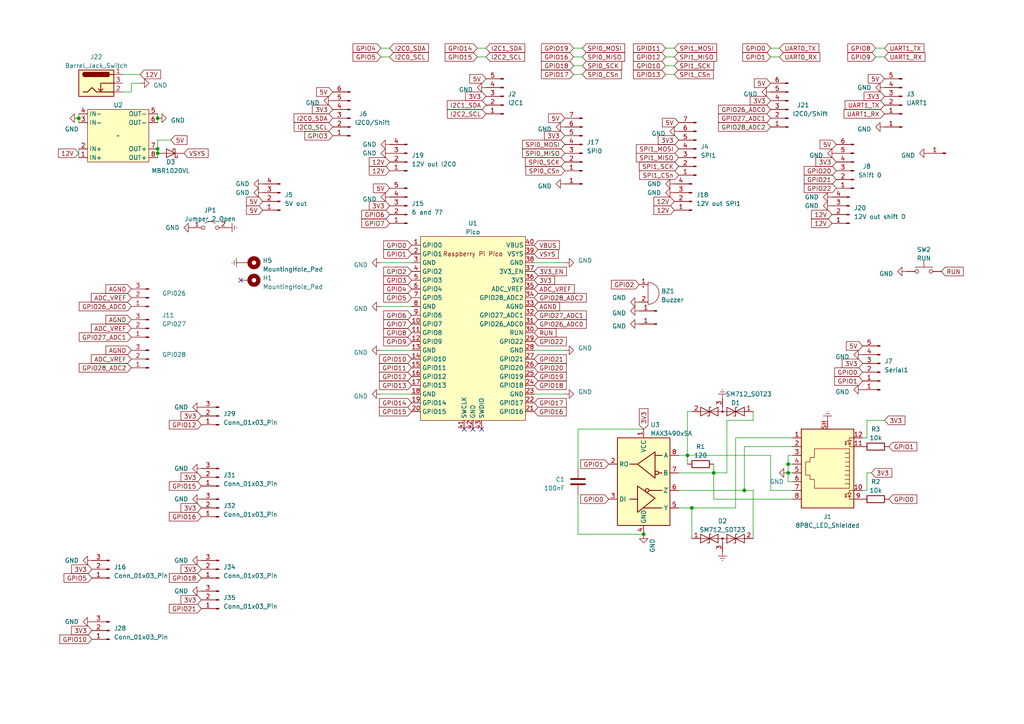
<source format=kicad_sch>
(kicad_sch (version 20230121) (generator eeschema)
  (paper "A4")
  (junction (at 45.72 43.18))
  (junction (at 215.9 142.24))
  (junction (at 199.39 132.08))
  (junction (at 228.6 134.62))
  (junction (at 186.69 154.94))
  (junction (at 200.66 147.32))
  (junction (at 207.01 137.16))
  (junction (at 45.72 34.29))
  (junction (at 22.86 34.29))
  (junction (at 45.72 44.45))
  (junction (at 228.6 137.16))
  (no_connect (at 69.85 81.28))
  (no_connect (at 139.7 124.46))
  (no_connect (at 134.62 124.46))
  (no_connect (at 137.16 124.46))
  (wire (pts (xy 228.6 134.62) (xy 229.87 134.62)))
  (wire (pts (xy 45.72 40.64) (xy 45.72 43.18)))
  (wire (pts (xy 45.72 33.02) (xy 45.72 34.29)))
  (wire (pts (xy 207.01 144.78) (xy 207.01 137.16)))
  (wire (pts (xy 199.39 132.08) (xy 199.39 134.62)))
  (wire (pts (xy 199.39 119.38) (xy 200.66 119.38)))
  (wire (pts (xy 252.73 137.16) (xy 251.46 137.16)))
  (wire (pts (xy 251.46 142.24) (xy 250.19 142.24)))
  (wire (pts (xy 213.36 147.32) (xy 213.36 127)))
  (wire (pts (xy 251.46 127) (xy 250.19 127)))
  (wire (pts (xy 110.49 76.2) (xy 119.38 76.2)))
  (wire (pts (xy 215.9 129.54) (xy 229.87 129.54)))
  (wire (pts (xy 110.49 16.51) (xy 113.03 16.51)))
  (wire (pts (xy 228.6 137.16) (xy 229.87 137.16)))
  (wire (pts (xy 193.04 21.59) (xy 195.58 21.59)))
  (wire (pts (xy 110.49 101.6) (xy 119.38 101.6)))
  (wire (pts (xy 193.04 19.05) (xy 195.58 19.05)))
  (wire (pts (xy 166.37 13.97) (xy 168.91 13.97)))
  (wire (pts (xy 22.86 43.18) (xy 22.86 45.72)))
  (wire (pts (xy 167.64 135.89) (xy 167.64 124.46)))
  (wire (pts (xy 167.64 143.51) (xy 167.64 154.94)))
  (wire (pts (xy 35.56 21.59) (xy 40.64 21.59)))
  (wire (pts (xy 218.44 156.21) (xy 218.44 142.24)))
  (wire (pts (xy 229.87 132.08) (xy 228.6 132.08)))
  (wire (pts (xy 200.66 147.32) (xy 213.36 147.32)))
  (wire (pts (xy 22.86 34.29) (xy 22.86 35.56)))
  (wire (pts (xy 166.37 16.51) (xy 168.91 16.51)))
  (wire (pts (xy 207.01 137.16) (xy 207.01 134.62)))
  (wire (pts (xy 223.52 16.51) (xy 226.06 16.51)))
  (wire (pts (xy 228.6 137.16) (xy 228.6 134.62)))
  (wire (pts (xy 210.82 137.16) (xy 210.82 121.92)))
  (wire (pts (xy 229.87 144.78) (xy 207.01 144.78)))
  (wire (pts (xy 167.64 154.94) (xy 186.69 154.94)))
  (wire (pts (xy 110.49 13.97) (xy 113.03 13.97)))
  (wire (pts (xy 223.52 13.97) (xy 226.06 13.97)))
  (wire (pts (xy 38.1 26.67) (xy 38.1 24.13)))
  (wire (pts (xy 196.85 142.24) (xy 215.9 142.24)))
  (wire (pts (xy 38.1 24.13) (xy 40.64 24.13)))
  (wire (pts (xy 45.72 43.18) (xy 45.72 44.45)))
  (wire (pts (xy 251.46 121.92) (xy 251.46 127)))
  (wire (pts (xy 163.83 76.2) (xy 154.94 76.2)))
  (wire (pts (xy 256.54 121.92) (xy 251.46 121.92)))
  (wire (pts (xy 228.6 132.08) (xy 228.6 134.62)))
  (wire (pts (xy 218.44 142.24) (xy 215.9 142.24)))
  (wire (pts (xy 199.39 132.08) (xy 199.39 119.38)))
  (wire (pts (xy 166.37 21.59) (xy 168.91 21.59)))
  (wire (pts (xy 254 13.97) (xy 256.54 13.97)))
  (wire (pts (xy 223.52 132.08) (xy 223.52 142.24)))
  (wire (pts (xy 213.36 127) (xy 229.87 127)))
  (wire (pts (xy 251.46 137.16) (xy 251.46 142.24)))
  (wire (pts (xy 218.44 121.92) (xy 218.44 119.38)))
  (wire (pts (xy 229.87 139.7) (xy 228.6 139.7)))
  (wire (pts (xy 110.49 88.9) (xy 119.38 88.9)))
  (wire (pts (xy 35.56 26.67) (xy 38.1 26.67)))
  (wire (pts (xy 22.86 33.02) (xy 22.86 34.29)))
  (wire (pts (xy 154.94 101.6) (xy 163.83 101.6)))
  (wire (pts (xy 138.43 16.51) (xy 140.97 16.51)))
  (wire (pts (xy 196.85 137.16) (xy 207.01 137.16)))
  (wire (pts (xy 163.83 114.3) (xy 154.94 114.3)))
  (wire (pts (xy 223.52 142.24) (xy 229.87 142.24)))
  (wire (pts (xy 196.85 132.08) (xy 199.39 132.08)))
  (wire (pts (xy 193.04 13.97) (xy 195.58 13.97)))
  (wire (pts (xy 49.53 40.64) (xy 45.72 40.64)))
  (wire (pts (xy 254 16.51) (xy 256.54 16.51)))
  (wire (pts (xy 207.01 137.16) (xy 210.82 137.16)))
  (wire (pts (xy 228.6 139.7) (xy 228.6 137.16)))
  (wire (pts (xy 196.85 147.32) (xy 200.66 147.32)))
  (wire (pts (xy 215.9 142.24) (xy 215.9 129.54)))
  (wire (pts (xy 200.66 147.32) (xy 200.66 156.21)))
  (wire (pts (xy 210.82 121.92) (xy 218.44 121.92)))
  (wire (pts (xy 199.39 132.08) (xy 223.52 132.08)))
  (wire (pts (xy 138.43 13.97) (xy 140.97 13.97)))
  (wire (pts (xy 193.04 16.51) (xy 195.58 16.51)))
  (wire (pts (xy 45.72 34.29) (xy 45.72 35.56)))
  (wire (pts (xy 110.49 114.3) (xy 119.38 114.3)))
  (wire (pts (xy 45.72 44.45) (xy 45.72 45.72)))
  (wire (pts (xy 166.37 19.05) (xy 168.91 19.05)))
  (wire (pts (xy 167.64 124.46) (xy 186.69 124.46)))
  (global_label "ADC_VREF" (shape input) (at 38.1 86.36 180) (property "Intersheetrefs" "${INTERSHEET_REFS}" (effects hide)))
  (global_label "GPIO6" (shape input) (at 113.03 62.23 180) (property "Intersheetrefs" "${INTERSHEET_REFS}" (effects hide)))
  (global_label "GPIO27_ADC1" (shape input) (at 154.94 91.44 0) (property "Intersheetrefs" "${INTERSHEET_REFS}" (effects hide)))
  (global_label "3V3" (shape input) (at 256.54 121.92 0) (property "Intersheetrefs" "${INTERSHEET_REFS}" (effects hide)))
  (global_label "GPIO0" (shape input) (at 223.52 13.97 180) (property "Intersheetrefs" "${INTERSHEET_REFS}" (effects hide)))
  (global_label "GPIO20" (shape input) (at 242.57 49.53 180) (property "Intersheetrefs" "${INTERSHEET_REFS}" (effects hide)))
  (global_label "GPIO27_ADC1" (shape input) (at 223.52 34.29 180) (property "Intersheetrefs" "${INTERSHEET_REFS}" (effects hide)))
  (global_label "GPIO8" (shape input) (at 119.38 96.52 180) (property "Intersheetrefs" "${INTERSHEET_REFS}" (effects hide)))
  (global_label "GPIO18" (shape input) (at 154.94 111.76 0) (property "Intersheetrefs" "${INTERSHEET_REFS}" (effects hide)))
  (global_label "3V3" (shape input) (at 196.85 40.64 180) (property "Intersheetrefs" "${INTERSHEET_REFS}" (effects hide)))
  (global_label "12V" (shape input) (at 241.3 62.23 180) (property "Intersheetrefs" "${INTERSHEET_REFS}" (effects hide)))
  (global_label "GPIO10" (shape input) (at 193.04 19.05 180) (property "Intersheetrefs" "${INTERSHEET_REFS}" (effects hide)))
  (global_label "SPI0_SCK" (shape input) (at 163.83 46.99 180) (property "Intersheetrefs" "${INTERSHEET_REFS}" (effects hide)))
  (global_label "I2C0_SCL" (shape input) (at 96.52 36.83 180) (property "Intersheetrefs" "${INTERSHEET_REFS}" (effects hide)))
  (global_label "VBUS" (shape input) (at 154.94 71.12 0) (property "Intersheetrefs" "${INTERSHEET_REFS}" (effects hide)))
  (global_label "5V" (shape input) (at 256.54 22.86 180) (property "Intersheetrefs" "${INTERSHEET_REFS}" (effects hide)))
  (global_label "GPIO8" (shape input) (at 254 13.97 180) (property "Intersheetrefs" "${INTERSHEET_REFS}" (effects hide)))
  (global_label "GPIO1" (shape input) (at 250.19 110.49 180) (property "Intersheetrefs" "${INTERSHEET_REFS}" (effects hide)))
  (global_label "SPI0_MISO" (shape input) (at 168.91 16.51 0) (property "Intersheetrefs" "${INTERSHEET_REFS}" (effects hide)))
  (global_label "GPIO16" (shape input) (at 154.94 119.38 0) (property "Intersheetrefs" "${INTERSHEET_REFS}" (effects hide)))
  (global_label "5V" (shape input) (at 196.85 35.56 180) (property "Intersheetrefs" "${INTERSHEET_REFS}" (effects hide)))
  (global_label "3V3" (shape input) (at 26.67 182.88 180) (property "Intersheetrefs" "${INTERSHEET_REFS}" (effects hide)))
  (global_label "GPIO7" (shape input) (at 119.38 93.98 180) (property "Intersheetrefs" "${INTERSHEET_REFS}" (effects hide)))
  (global_label "I2C2_SCL" (shape input) (at 140.97 16.51 0) (property "Intersheetrefs" "${INTERSHEET_REFS}" (effects hide)))
  (global_label "5V" (shape input) (at 242.57 41.91 180) (property "Intersheetrefs" "${INTERSHEET_REFS}" (effects hide)))
  (global_label "UART0_RX" (shape input) (at 226.06 16.51 0) (property "Intersheetrefs" "${INTERSHEET_REFS}" (effects hide)))
  (global_label "3V3" (shape input) (at 113.03 59.69 180) (property "Intersheetrefs" "${INTERSHEET_REFS}" (effects hide)))
  (global_label "ADC_VREF" (shape input) (at 38.1 104.14 180) (property "Intersheetrefs" "${INTERSHEET_REFS}" (effects hide)))
  (global_label "SPI1_CSn" (shape input) (at 196.85 50.8 180) (property "Intersheetrefs" "${INTERSHEET_REFS}" (effects hide)))
  (global_label "GPIO9" (shape input) (at 119.38 99.06 180) (property "Intersheetrefs" "${INTERSHEET_REFS}" (effects hide)))
  (global_label "3V3" (shape input) (at 140.97 27.94 180) (property "Intersheetrefs" "${INTERSHEET_REFS}" (effects hide)))
  (global_label "AGND" (shape input) (at 38.1 83.82 180) (property "Intersheetrefs" "${INTERSHEET_REFS}" (effects hide)))
  (global_label "GPIO6" (shape input) (at 119.38 91.44 180) (property "Intersheetrefs" "${INTERSHEET_REFS}" (effects hide)))
  (global_label "5V" (shape input) (at 163.83 34.29 180) (property "Intersheetrefs" "${INTERSHEET_REFS}" (effects hide)))
  (global_label "3V3" (shape input) (at 256.54 27.94 180) (property "Intersheetrefs" "${INTERSHEET_REFS}" (effects hide)))
  (global_label "GPIO4" (shape input) (at 119.38 83.82 180) (property "Intersheetrefs" "${INTERSHEET_REFS}" (effects hide)))
  (global_label "SPI1_MOSI" (shape input) (at 195.58 13.97 0) (property "Intersheetrefs" "${INTERSHEET_REFS}" (effects hide)))
  (global_label "GPIO22" (shape input) (at 242.57 54.61 180) (property "Intersheetrefs" "${INTERSHEET_REFS}" (effects hide)))
  (global_label "GPIO28_ADC2" (shape input) (at 223.52 36.83 180) (property "Intersheetrefs" "${INTERSHEET_REFS}" (effects hide)))
  (global_label "GPIO18" (shape input) (at 58.42 167.64 180) (property "Intersheetrefs" "${INTERSHEET_REFS}" (effects hide)))
  (global_label "3V3" (shape input) (at 58.42 147.32 180) (property "Intersheetrefs" "${INTERSHEET_REFS}" (effects hide)))
  (global_label "GPIO26_ADC0" (shape input) (at 38.1 88.9 180) (property "Intersheetrefs" "${INTERSHEET_REFS}" (effects hide)))
  (global_label "12V" (shape input) (at 22.86 44.45 180) (property "Intersheetrefs" "${INTERSHEET_REFS}" (effects hide)))
  (global_label "GPIO17" (shape input) (at 166.37 21.59 180) (property "Intersheetrefs" "${INTERSHEET_REFS}" (effects hide)))
  (global_label "12V" (shape input) (at 195.58 60.96 180) (property "Intersheetrefs" "${INTERSHEET_REFS}" (effects hide)))
  (global_label "3V3" (shape input) (at 252.73 137.16 0) (property "Intersheetrefs" "${INTERSHEET_REFS}" (effects hide)))
  (global_label "3V3_EN" (shape input) (at 154.94 78.74 0) (property "Intersheetrefs" "${INTERSHEET_REFS}" (effects hide)))
  (global_label "5V" (shape input) (at 49.53 40.64 0) (property "Intersheetrefs" "${INTERSHEET_REFS}" (effects hide)))
  (global_label "GPIO15" (shape input) (at 138.43 16.51 180) (property "Intersheetrefs" "${INTERSHEET_REFS}" (effects hide)))
  (global_label "12V" (shape input) (at 40.64 21.59 0) (property "Intersheetrefs" "${INTERSHEET_REFS}" (effects hide)))
  (global_label "GPIO16" (shape input) (at 58.42 149.86 180) (property "Intersheetrefs" "${INTERSHEET_REFS}" (effects hide)))
  (global_label "3V3" (shape input) (at 26.67 165.1 180) (property "Intersheetrefs" "${INTERSHEET_REFS}" (effects hide)))
  (global_label "GPIO2" (shape input) (at 119.38 78.74 180) (property "Intersheetrefs" "${INTERSHEET_REFS}" (effects hide)))
  (global_label "GPIO14" (shape input) (at 138.43 13.97 180) (property "Intersheetrefs" "${INTERSHEET_REFS}" (effects hide)))
  (global_label "3V3" (shape input) (at 163.83 39.37 180) (property "Intersheetrefs" "${INTERSHEET_REFS}" (effects hide)))
  (global_label "12V" (shape input) (at 113.03 49.53 180) (property "Intersheetrefs" "${INTERSHEET_REFS}" (effects hide)))
  (global_label "5V" (shape input) (at 76.2 58.42 180) (property "Intersheetrefs" "${INTERSHEET_REFS}" (effects hide)))
  (global_label "3V3" (shape input) (at 250.19 105.41 180) (property "Intersheetrefs" "${INTERSHEET_REFS}" (effects hide)))
  (global_label "GPIO21" (shape input) (at 58.42 176.53 180) (property "Intersheetrefs" "${INTERSHEET_REFS}" (effects hide)))
  (global_label "12V" (shape input) (at 113.03 46.99 180) (property "Intersheetrefs" "${INTERSHEET_REFS}" (effects hide)))
  (global_label "I2C0_SDA" (shape input) (at 113.03 13.97 0) (property "Intersheetrefs" "${INTERSHEET_REFS}" (effects hide)))
  (global_label "GPIO26_ADC0" (shape input) (at 154.94 93.98 0) (property "Intersheetrefs" "${INTERSHEET_REFS}" (effects hide)))
  (global_label "GPIO18" (shape input) (at 166.37 19.05 180) (property "Intersheetrefs" "${INTERSHEET_REFS}" (effects hide)))
  (global_label "RUN" (shape input) (at 154.94 96.52 0) (property "Intersheetrefs" "${INTERSHEET_REFS}" (effects hide)))
  (global_label "GPIO1" (shape input) (at 223.52 16.51 180) (property "Intersheetrefs" "${INTERSHEET_REFS}" (effects hide)))
  (global_label "3V3" (shape input) (at 58.42 165.1 180) (property "Intersheetrefs" "${INTERSHEET_REFS}" (effects hide)))
  (global_label "UART1_TX" (shape input) (at 256.54 30.48 180) (property "Intersheetrefs" "${INTERSHEET_REFS}" (effects hide)))
  (global_label "GPIO15" (shape input) (at 119.38 119.38 180) (property "Intersheetrefs" "${INTERSHEET_REFS}" (effects hide)))
  (global_label "SPI0_SCK" (shape input) (at 168.91 19.05 0) (property "Intersheetrefs" "${INTERSHEET_REFS}" (effects hide)))
  (global_label "GPIO10" (shape input) (at 119.38 104.14 180) (property "Intersheetrefs" "${INTERSHEET_REFS}" (effects hide)))
  (global_label "GPIO13" (shape input) (at 193.04 21.59 180) (property "Intersheetrefs" "${INTERSHEET_REFS}" (effects hide)))
  (global_label "GPIO10" (shape input) (at 26.67 185.42 180) (property "Intersheetrefs" "${INTERSHEET_REFS}" (effects hide)))
  (global_label "GPIO19" (shape input) (at 154.94 109.22 0) (property "Intersheetrefs" "${INTERSHEET_REFS}" (effects hide)))
  (global_label "12V" (shape input) (at 195.58 58.42 180) (property "Intersheetrefs" "${INTERSHEET_REFS}" (effects hide)))
  (global_label "GPIO19" (shape input) (at 166.37 13.97 180) (property "Intersheetrefs" "${INTERSHEET_REFS}" (effects hide)))
  (global_label "GPIO5" (shape input) (at 26.67 167.64 180) (property "Intersheetrefs" "${INTERSHEET_REFS}" (effects hide)))
  (global_label "GPIO1" (shape input) (at 257.81 129.54 0) (property "Intersheetrefs" "${INTERSHEET_REFS}" (effects hide)))
  (global_label "RUN" (shape input) (at 273.05 78.74 0) (property "Intersheetrefs" "${INTERSHEET_REFS}" (effects hide)))
  (global_label "GPIO1" (shape input) (at 176.53 134.62 180) (property "Intersheetrefs" "${INTERSHEET_REFS}" (effects hide)))
  (global_label "SPI1_CSn" (shape input) (at 195.58 21.59 0) (property "Intersheetrefs" "${INTERSHEET_REFS}" (effects hide)))
  (global_label "3V3" (shape input) (at 58.42 138.43 180) (property "Intersheetrefs" "${INTERSHEET_REFS}" (effects hide)))
  (global_label "GPIO26_ADC0" (shape input) (at 223.52 31.75 180) (property "Intersheetrefs" "${INTERSHEET_REFS}" (effects hide)))
  (global_label "GPIO21" (shape input) (at 242.57 52.07 180) (property "Intersheetrefs" "${INTERSHEET_REFS}" (effects hide)))
  (global_label "ADC_VREF" (shape input) (at 154.94 83.82 0) (property "Intersheetrefs" "${INTERSHEET_REFS}" (effects hide)))
  (global_label "GPIO3" (shape input) (at 96.52 39.37 180) (property "Intersheetrefs" "${INTERSHEET_REFS}" (effects hide)))
  (global_label "GPIO0" (shape input) (at 176.53 144.78 180) (property "Intersheetrefs" "${INTERSHEET_REFS}" (effects hide)))
  (global_label "3V3" (shape input) (at 242.57 46.99 180) (property "Intersheetrefs" "${INTERSHEET_REFS}" (effects hide)))
  (global_label "GPIO12" (shape input) (at 193.04 16.51 180) (property "Intersheetrefs" "${INTERSHEET_REFS}" (effects hide)))
  (global_label "GPIO12" (shape input) (at 58.42 123.19 180) (property "Intersheetrefs" "${INTERSHEET_REFS}" (effects hide)))
  (global_label "I2C1_SDA" (shape input) (at 140.97 30.48 180) (property "Intersheetrefs" "${INTERSHEET_REFS}" (effects hide)))
  (global_label "SPI0_MOSI" (shape input) (at 168.91 13.97 0) (property "Intersheetrefs" "${INTERSHEET_REFS}" (effects hide)))
  (global_label "3V3" (shape input) (at 154.94 81.28 0) (property "Intersheetrefs" "${INTERSHEET_REFS}" (effects hide)))
  (global_label "GPIO7" (shape input) (at 113.03 64.77 180) (property "Intersheetrefs" "${INTERSHEET_REFS}" (effects hide)))
  (global_label "I2C2_SCL" (shape input) (at 140.97 33.02 180) (property "Intersheetrefs" "${INTERSHEET_REFS}" (effects hide)))
  (global_label "GPIO9" (shape input) (at 254 16.51 180) (property "Intersheetrefs" "${INTERSHEET_REFS}" (effects hide)))
  (global_label "5V" (shape input) (at 96.52 26.67 180) (property "Intersheetrefs" "${INTERSHEET_REFS}" (effects hide)))
  (global_label "UART1_RX" (shape input) (at 256.54 16.51 0) (property "Intersheetrefs" "${INTERSHEET_REFS}" (effects hide)))
  (global_label "VSYS" (shape input) (at 154.94 73.66 0) (property "Intersheetrefs" "${INTERSHEET_REFS}" (effects hide)))
  (global_label "GPIO0" (shape input) (at 119.38 71.12 180) (property "Intersheetrefs" "${INTERSHEET_REFS}" (effects hide)))
  (global_label "GPIO17" (shape input) (at 154.94 116.84 0) (property "Intersheetrefs" "${INTERSHEET_REFS}" (effects hide)))
  (global_label "5V" (shape input) (at 250.19 100.33 180) (property "Intersheetrefs" "${INTERSHEET_REFS}" (effects hide)))
  (global_label "SPI0_MOSI" (shape input) (at 163.83 41.91 180) (property "Intersheetrefs" "${INTERSHEET_REFS}" (effects hide)))
  (global_label "GPIO5" (shape input) (at 110.49 16.51 180) (property "Intersheetrefs" "${INTERSHEET_REFS}" (effects hide)))
  (global_label "VSYS" (shape input) (at 53.34 44.45 0) (property "Intersheetrefs" "${INTERSHEET_REFS}" (effects hide)))
  (global_label "GPIO21" (shape input) (at 154.94 104.14 0) (property "Intersheetrefs" "${INTERSHEET_REFS}" (effects hide)))
  (global_label "GPIO2" (shape input) (at 185.42 82.55 180) (property "Intersheetrefs" "${INTERSHEET_REFS}" (effects hide)))
  (global_label "GPIO3" (shape input) (at 119.38 81.28 180) (property "Intersheetrefs" "${INTERSHEET_REFS}" (effects hide)))
  (global_label "I2C0_SCL" (shape input) (at 113.03 16.51 0) (property "Intersheetrefs" "${INTERSHEET_REFS}" (effects hide)))
  (global_label "GPIO0" (shape input) (at 257.81 144.78 0) (property "Intersheetrefs" "${INTERSHEET_REFS}" (effects hide)))
  (global_label "GPIO4" (shape input) (at 110.49 13.97 180) (property "Intersheetrefs" "${INTERSHEET_REFS}" (effects hide)))
  (global_label "3V3" (shape input) (at 96.52 31.75 180) (property "Intersheetrefs" "${INTERSHEET_REFS}" (effects hide)))
  (global_label "UART1_TX" (shape input) (at 256.54 13.97 0) (property "Intersheetrefs" "${INTERSHEET_REFS}" (effects hide)))
  (global_label "3V3" (shape input) (at 186.69 124.46 90) (property "Intersheetrefs" "${INTERSHEET_REFS}" (effects hide)))
  (global_label "GPIO20" (shape input) (at 154.94 106.68 0) (property "Intersheetrefs" "${INTERSHEET_REFS}" (effects hide)))
  (global_label "GPIO13" (shape input) (at 119.38 111.76 180) (property "Intersheetrefs" "${INTERSHEET_REFS}" (effects hide)))
  (global_label "SPI1_SCK" (shape input) (at 196.85 48.26 180) (property "Intersheetrefs" "${INTERSHEET_REFS}" (effects hide)))
  (global_label "UART1_RX" (shape input) (at 256.54 33.02 180) (property "Intersheetrefs" "${INTERSHEET_REFS}" (effects hide)))
  (global_label "GPIO16" (shape input) (at 166.37 16.51 180) (property "Intersheetrefs" "${INTERSHEET_REFS}" (effects hide)))
  (global_label "GPIO0" (shape input) (at 250.19 107.95 180) (property "Intersheetrefs" "${INTERSHEET_REFS}" (effects hide)))
  (global_label "AGND" (shape input) (at 38.1 92.71 180) (property "Intersheetrefs" "${INTERSHEET_REFS}" (effects hide)))
  (global_label "UART0_TX" (shape input) (at 226.06 13.97 0) (property "Intersheetrefs" "${INTERSHEET_REFS}" (effects hide)))
  (global_label "5V" (shape input) (at 113.03 54.61 180) (property "Intersheetrefs" "${INTERSHEET_REFS}" (effects hide)))
  (global_label "SPI0_MISO" (shape input) (at 163.83 44.45 180) (property "Intersheetrefs" "${INTERSHEET_REFS}" (effects hide)))
  (global_label "AGND" (shape input) (at 154.94 88.9 0) (property "Intersheetrefs" "${INTERSHEET_REFS}" (effects hide)))
  (global_label "GPIO12" (shape input) (at 119.38 109.22 180) (property "Intersheetrefs" "${INTERSHEET_REFS}" (effects hide)))
  (global_label "GPIO27_ADC1" (shape input) (at 38.1 97.79 180) (property "Intersheetrefs" "${INTERSHEET_REFS}" (effects hide)))
  (global_label "GPIO28_ADC2" (shape input) (at 38.1 106.68 180) (property "Intersheetrefs" "${INTERSHEET_REFS}" (effects hide)))
  (global_label "I2C1_SDA" (shape input) (at 140.97 13.97 0) (property "Intersheetrefs" "${INTERSHEET_REFS}" (effects hide)))
  (global_label "GPIO22" (shape input) (at 154.94 99.06 0) (property "Intersheetrefs" "${INTERSHEET_REFS}" (effects hide)))
  (global_label "3V3" (shape input) (at 58.42 173.99 180) (property "Intersheetrefs" "${INTERSHEET_REFS}" (effects hide)))
  (global_label "GPIO1" (shape input) (at 119.38 73.66 180) (property "Intersheetrefs" "${INTERSHEET_REFS}" (effects hide)))
  (global_label "SPI0_CSn" (shape input) (at 163.83 49.53 180) (property "Intersheetrefs" "${INTERSHEET_REFS}" (effects hide)))
  (global_label "3V3" (shape input) (at 223.52 29.21 180) (property "Intersheetrefs" "${INTERSHEET_REFS}" (effects hide)))
  (global_label "GPIO5" (shape input) (at 119.38 86.36 180) (property "Intersheetrefs" "${INTERSHEET_REFS}" (effects hide)))
  (global_label "GPIO15" (shape input) (at 58.42 140.97 180) (property "Intersheetrefs" "${INTERSHEET_REFS}" (effects hide)))
  (global_label "AGND" (shape input) (at 38.1 101.6 180) (property "Intersheetrefs" "${INTERSHEET_REFS}" (effects hide)))
  (global_label "SPI1_SCK" (shape input) (at 195.58 19.05 0) (property "Intersheetrefs" "${INTERSHEET_REFS}" (effects hide)))
  (global_label "GPIO11" (shape input) (at 193.04 13.97 180) (property "Intersheetrefs" "${INTERSHEET_REFS}" (effects hide)))
  (global_label "3V3" (shape input) (at 58.42 120.65 180) (property "Intersheetrefs" "${INTERSHEET_REFS}" (effects hide)))
  (global_label "12V" (shape input) (at 241.3 64.77 180) (property "Intersheetrefs" "${INTERSHEET_REFS}" (effects hide)))
  (global_label "SPI1_MISO" (shape input) (at 195.58 16.51 0) (property "Intersheetrefs" "${INTERSHEET_REFS}" (effects hide)))
  (global_label "GPIO28_ADC2" (shape input) (at 154.94 86.36 0) (property "Intersheetrefs" "${INTERSHEET_REFS}" (effects hide)))
  (global_label "SPI1_MISO" (shape input) (at 196.85 45.72 180) (property "Intersheetrefs" "${INTERSHEET_REFS}" (effects hide)))
  (global_label "GPIO14" (shape input) (at 119.38 116.84 180) (property "Intersheetrefs" "${INTERSHEET_REFS}" (effects hide)))
  (global_label "I2C0_SDA" (shape input) (at 96.52 34.29 180) (property "Intersheetrefs" "${INTERSHEET_REFS}" (effects hide)))
  (global_label "5V" (shape input) (at 223.52 24.13 180) (property "Intersheetrefs" "${INTERSHEET_REFS}" (effects hide)))
  (global_label "SPI0_CSn" (shape input) (at 168.91 21.59 0) (property "Intersheetrefs" "${INTERSHEET_REFS}" (effects hide)))
  (global_label "5V" (shape input) (at 140.97 22.86 180) (property "Intersheetrefs" "${INTERSHEET_REFS}" (effects hide)))
  (global_label "SPI1_MOSI" (shape input) (at 196.85 43.18 180) (property "Intersheetrefs" "${INTERSHEET_REFS}" (effects hide)))
  (global_label "ADC_VREF" (shape input) (at 38.1 95.25 180) (property "Intersheetrefs" "${INTERSHEET_REFS}" (effects hide)))
  (global_label "GPIO11" (shape input) (at 119.38 106.68 180) (property "Intersheetrefs" "${INTERSHEET_REFS}" (effects hide)))
  (global_label "5V" (shape input) (at 76.2 60.96 180) (property "Intersheetrefs" "${INTERSHEET_REFS}" (effects hide)))
  (symbol (lib_id "power:GND") (at 55.88 66.04 270) (unit 1)
    (property "Reference" "#PWR021" (effects hide))
    (property "Value" "GND" (at 52.07 66.04 90) (effects (justify right)))
  )
  (symbol (lib_id "Connector:Conn_01x03_Pin") (at 63.5 120.65 180) (unit 1)
    (property "Reference" "J29" (at 64.77 120.015 0) (effects (justify right)))
    (property "Value" "Conn_01x03_Pin" (at 64.77 122.555 0) (effects (justify right)))
    (property "Footprint" "Connector_Molex:Molex_KK-254_AE-6410-03A_1x03_P2.54mm_Vertical" (effects hide))
  )
  (symbol (lib_id "power:GND") (at 185.42 93.98 270) (unit 1)
    (property "Reference" "#PWR048" (effects hide))
    (property "Value" "GND" (at 181.61 94.615 90) (effects (justify right)))
  )
  (symbol (lib_id "Connector:Conn_01x05_Pin") (at 146.05 27.94 180) (unit 1)
    (property "Reference" "J2" (at 147.32 27.305 0) (effects (justify right)))
    (property "Value" "I2C1" (at 147.32 29.845 0) (effects (justify right)))
    (property "Footprint" "Connector_Molex:Molex_KK-254_AE-6410-05A_1x05_P2.54mm_Vertical" (effects hide))
  )
  (symbol (lib_id "Connector:Conn_01x04_Pin") (at 246.38 62.23 180) (unit 1)
    (property "Reference" "J20" (at 247.65 60.325 0) (effects (justify right)))
    (property "Value" "12V out shift 0" (at 247.65 62.865 0) (effects (justify right)))
    (property "Footprint" "Connector_Molex:Molex_KK-254_AE-6410-04A_1x04_P2.54mm_Vertical" (effects hide))
  )
  (symbol (lib_id "power:GND") (at 58.42 118.11 270) (unit 1)
    (property "Reference" "#PWR044" (effects hide))
    (property "Value" "GND" (at 54.61 118.11 90) (effects (justify right)))
  )
  (symbol (lib_id "power:GND") (at 22.86 34.29 270) (unit 1)
    (property "Reference" "#PWR011" (effects hide))
    (property "Value" "GND" (at 22.86 37.465 90) (effects (justify right)))
  )
  (symbol (lib_id "Connector:Conn_01x05_Pin") (at 261.62 27.94 180) (unit 1)
    (property "Reference" "J3" (at 262.89 27.305 0) (effects (justify right)))
    (property "Value" "UART1" (at 262.89 29.845 0) (effects (justify right)))
    (property "Footprint" "Connector_Molex:Molex_KK-254_AE-6410-05A_1x05_P2.54mm_Vertical" (effects hide))
  )
  (symbol (lib_id "power:GND") (at 228.6 137.16 270) (unit 1)
    (property "Reference" "#PWR09" (effects hide))
    (property "Value" "GND" (at 227.33 139.7 90) (effects (justify right)))
  )
  (symbol (lib_id "power:GND") (at 241.3 59.69 270) (unit 1)
    (property "Reference" "#PWR017" (effects hide))
    (property "Value" "GND" (at 237.49 59.69 90) (effects (justify right)))
  )
  (symbol (lib_id "power:GND") (at 113.03 41.91 270) (unit 1)
    (property "Reference" "#PWR032" (effects hide))
    (property "Value" "GND" (at 109.22 41.91 90) (effects (justify right)))
  )
  (symbol (lib_id "power:GND") (at 110.49 88.9 270) (unit 1)
    (property "Reference" "#PWR03" (effects hide))
    (property "Value" "GND" (at 106.68 89.535 90) (effects (justify right)))
  )
  (symbol (lib_id "power:GND") (at 163.83 101.6 90) (unit 1)
    (property "Reference" "#PWR06" (effects hide))
    (property "Value" "GND" (at 167.64 100.965 90) (effects (justify right)))
  )
  (symbol (lib_id "Device:Buzzer") (at 187.96 85.09 0) (unit 1)
    (property "Reference" "BZ1" (at 191.77 84.455 0) (effects (justify left)))
    (property "Value" "Buzzer" (at 191.77 86.995 0) (effects (justify left)))
    (property "Footprint" "Buzzer_Beeper:Buzzer_12x9.5RM7.6" (effects hide))
  )
  (symbol (lib_id "power:GND") (at 262.89 78.74 270) (unit 1)
    (property "Reference" "#PWR010" (effects hide))
    (property "Value" "GND" (at 259.08 79.375 90) (effects (justify right)))
  )
  (symbol (lib_id "power:GND") (at 196.85 38.1 270) (unit 1)
    (property "Reference" "#PWR016" (effects hide))
    (property "Value" "GND" (at 193.04 38.735 90) (effects (justify right)))
  )
  (symbol (lib_id "Connector:Conn_01x01_Pin") (at 190.5 90.17 180) (unit 1)
    (property "Reference" "J10" (effects hide))
    (property "Value" "Conn_01x01_Pin" (effects hide))
    (property "Footprint" "Connector_PinHeader_2.54mm:PinHeader_1x01_P2.54mm_Vertical" (effects hide))
  )
  (symbol (lib_id "Connector:Conn_01x04_Pin") (at 81.28 58.42 180) (unit 1)
    (property "Reference" "J5" (at 82.55 56.515 0) (effects (justify right)))
    (property "Value" "5V out" (at 82.55 59.055 0) (effects (justify right)))
    (property "Footprint" "Connector_Molex:Molex_KK-254_AE-6410-04A_1x04_P2.54mm_Vertical" (effects hide))
  )
  (symbol (lib_id "Connector:Conn_01x03_Pin") (at 63.5 173.99 180) (unit 1)
    (property "Reference" "J35" (at 64.77 173.355 0) (effects (justify right)))
    (property "Value" "Conn_01x03_Pin" (at 64.77 175.895 0) (effects (justify right)))
    (property "Footprint" "Connector_Molex:Molex_KK-254_AE-6410-03A_1x03_P2.54mm_Vertical" (effects hide))
  )
  (symbol (lib_id "power:GND") (at 76.2 53.34 270) (unit 1)
    (property "Reference" "#PWR015" (effects hide))
    (property "Value" "GND" (at 72.39 53.34 90) (effects (justify right)))
  )
  (symbol (lib_id "power:GND") (at 26.67 180.34 270) (unit 1)
    (property "Reference" "#PWR043" (effects hide))
    (property "Value" "GND" (at 22.86 180.34 90) (effects (justify right)))
  )
  (symbol (lib_id "power:GND") (at 45.72 34.29 90) (unit 1)
    (property "Reference" "#PWR01" (effects hide))
    (property "Value" "GND" (at 49.53 34.925 90) (effects (justify right)))
  )
  (symbol (lib_id "power:GND") (at 186.69 154.94 0) (unit 1)
    (property "Reference" "#PWR045" (effects hide))
    (property "Value" "GND" (at 189.23 156.21 90) (effects (justify right)))
  )
  (symbol (lib_id "Connector:Conn_01x03_Pin") (at 63.5 147.32 180) (unit 1)
    (property "Reference" "J32" (at 64.77 146.685 0) (effects (justify right)))
    (property "Value" "Conn_01x03_Pin" (at 64.77 149.225 0) (effects (justify right)))
    (property "Footprint" "Connector_Molex:Molex_KK-254_AE-6410-03A_1x03_P2.54mm_Vertical" (effects hide))
  )
  (symbol (lib_id "power:GND") (at 223.52 26.67 270) (unit 1)
    (property "Reference" "#PWR037" (effects hide))
    (property "Value" "GND" (at 219.71 27.305 90) (effects (justify right)))
  )
  (symbol (lib_id "power:GND") (at 26.67 162.56 270) (unit 1)
    (property "Reference" "#PWR036" (effects hide))
    (property "Value" "GND" (at 22.86 162.56 90) (effects (justify right)))
  )
  (symbol (lib_id "power:GND") (at 58.42 171.45 270) (unit 1)
    (property "Reference" "#PWR050" (effects hide))
    (property "Value" "GND" (at 54.61 171.45 90) (effects (justify right)))
  )
  (symbol (lib_id "Connector:Conn_01x03_Pin") (at 31.75 165.1 180) (unit 1)
    (property "Reference" "J16" (at 33.02 164.465 0) (effects (justify right)))
    (property "Value" "Conn_01x03_Pin" (at 33.02 167.005 0) (effects (justify right)))
    (property "Footprint" "Connector_Molex:Molex_KK-254_AE-6410-03A_1x03_P2.54mm_Vertical" (effects hide))
  )
  (symbol (lib_id "power:GND") (at 241.3 57.15 270) (unit 1)
    (property "Reference" "#PWR029" (effects hide))
    (property "Value" "GND" (at 237.49 57.15 90) (effects (justify right)))
  )
  (symbol (lib_id "power:GND") (at 242.57 44.45 270) (unit 1)
    (property "Reference" "#PWR019" (effects hide))
    (property "Value" "GND" (at 238.76 45.085 90) (effects (justify right)))
  )
  (symbol (lib_id "power:GND") (at 96.52 29.21 270) (unit 1)
    (property "Reference" "#PWR013" (effects hide))
    (property "Value" "GND" (at 92.71 29.845 90) (effects (justify right)))
  )
  (symbol (lib_id "Connector:Conn_01x04_Pin") (at 118.11 46.99 180) (unit 1)
    (property "Reference" "J19" (at 119.38 45.085 0) (effects (justify right)))
    (property "Value" "12V out I2C0" (at 119.38 47.625 0) (effects (justify right)))
    (property "Footprint" "Connector_Molex:Molex_KK-254_AE-6410-04A_1x04_P2.54mm_Vertical" (effects hide))
  )
  (symbol (lib_id "Diode:SM712_SOT23") (at 209.55 156.21 0) (unit 1)
    (property "Reference" "D2" (at 209.55 151.13 0))
    (property "Value" "SM712_SOT23" (at 209.55 153.67 0))
    (property "Footprint" "Package_TO_SOT_SMD:SOT-23" (effects hide))
    (property "Datasheet" "https://www.littelfuse.com/~/media/electronics/datasheets/tvs_diode_arrays/littelfuse_tvs_diode_array_sm712_datasheet.pdf.pdf" (effects hide))
  )
  (symbol (lib_id "power:GND") (at 76.2 55.88 270) (unit 1)
    (property "Reference" "#PWR035" (effects hide))
    (property "Value" "GND" (at 72.39 55.88 90) (effects (justify right)))
  )
  (symbol (lib_id "power:GND") (at 40.64 24.13 90) (unit 1)
    (property "Reference" "#PWR012" (effects hide))
    (property "Value" "GND" (at 44.45 24.765 90) (effects (justify right)))
  )
  (symbol (lib_id "power:GND") (at 250.19 113.03 270) (unit 1)
    (property "Reference" "#PWR041" (effects hide))
    (property "Value" "GND" (at 246.38 113.665 90) (effects (justify right)))
  )
  (symbol (lib_id "Device:R") (at 203.2 134.62 90) (unit 1)
    (property "Reference" "R1" (at 203.2 129.54 90))
    (property "Value" "120" (at 203.2 132.08 90))
    (property "Footprint" "Resistor_SMD:R_0805_2012Metric_Pad1.20x1.40mm_HandSolder" (effects hide))
  )
  (symbol (lib_id "power:GND") (at 58.42 135.89 270) (unit 1)
    (property "Reference" "#PWR046" (effects hide))
    (property "Value" "GND" (at 54.61 135.89 90) (effects (justify right)))
  )
  (symbol (lib_id "Mechanical:MountingHole_Pad") (at 72.39 81.28 270) (unit 1)
    (property "Reference" "H1" (at 76.2 80.645 90) (effects (justify left)))
    (property "Value" "MountingHole_Pad" (at 76.2 83.185 90) (effects (justify left)))
    (property "Footprint" "MountingHole:MountingHole_3.7mm_Pad_Via" (effects hide))
  )
  (symbol (lib_id "Connector:Barrel_Jack_Switch") (at 27.94 24.13 0) (unit 1)
    (property "Reference" "J22" (at 27.94 16.51 0))
    (property "Value" "Barrel_Jack_Switch" (at 27.94 19.05 0))
    (property "Footprint" "Connector_BarrelJack:BarrelJack_GCT_DCJ200-10-A_Horizontal" (effects hide))
  )
  (symbol (lib_id "Connector:Conn_01x07_Pin") (at 201.93 43.18 180) (unit 1)
    (property "Reference" "J4" (at 203.2 42.545 0) (effects (justify right)))
    (property "Value" "SPI1" (at 203.2 45.085 0) (effects (justify right)))
    (property "Footprint" "Connector_Molex:Molex_KK-254_AE-6410-07A_1x07_P2.54mm_Vertical" (effects hide))
  )
  (symbol (lib_id "Jumper:Jumper_2_Open") (at 60.96 66.04 0) (unit 1)
    (property "Reference" "JP1" (at 60.96 60.96 0))
    (property "Value" "Jumper_2_Open" (at 60.96 63.5 0))
    (property "Footprint" "Jumper:SolderJumper-2_P1.3mm_Open_RoundedPad1.0x1.5mm" (effects hide))
  )
  (symbol (lib_id "Connector:Conn_01x03_Pin") (at 63.5 165.1 180) (unit 1)
    (property "Reference" "J34" (at 64.77 164.465 0) (effects (justify right)))
    (property "Value" "Conn_01x03_Pin" (at 64.77 167.005 0) (effects (justify right)))
    (property "Footprint" "Connector_Molex:Molex_KK-254_AE-6410-03A_1x03_P2.54mm_Vertical" (effects hide))
  )
  (symbol (lib_id "Connector:Conn_01x01_Pin") (at 255.27 113.03 180) (unit 1)
    (property "Reference" "J24" (effects hide))
    (property "Value" "Conn_01x01_Pin" (effects hide))
    (property "Footprint" "Connector_PinHeader_2.54mm:PinHeader_1x01_P2.54mm_Vertical" (effects hide))
  )
  (symbol (lib_id "power:GND") (at 195.58 55.88 270) (unit 1)
    (property "Reference" "#PWR031" (effects hide))
    (property "Value" "GND" (at 191.77 55.88 90) (effects (justify right)))
  )
  (symbol (lib_id "Diode:SM712_SOT23") (at 209.55 119.38 180) (unit 1)
    (property "Reference" "D1" (at 213.36 116.84 0))
    (property "Value" "SM712_SOT23" (at 217.17 114.3 0))
    (property "Footprint" "Package_TO_SOT_SMD:SOT-23" (effects hide))
    (property "Datasheet" "https://www.littelfuse.com/~/media/electronics/datasheets/tvs_diode_arrays/littelfuse_tvs_diode_array_sm712_datasheet.pdf.pdf" (effects hide))
  )
  (symbol (lib_id "Connector:Conn_01x06_Pin") (at 247.65 49.53 180) (unit 1)
    (property "Reference" "J8" (at 250.19 48.26 0) (effects (justify right)))
    (property "Value" "Shift 0" (at 248.92 50.8 0) (effects (justify right)))
    (property "Footprint" "Connector_Molex:Molex_KK-254_AE-6410-06A_1x06_P2.54mm_Vertical" (effects hide))
  )
  (symbol (lib_id "Connector:Conn_01x07_Pin") (at 168.91 41.91 180) (unit 1)
    (property "Reference" "J17" (at 170.18 41.275 0) (effects (justify right)))
    (property "Value" "SPI0" (at 170.18 43.815 0) (effects (justify right)))
    (property "Footprint" "Connector_Molex:Molex_KK-254_AE-6410-07A_1x07_P2.54mm_Vertical" (effects hide))
  )
  (symbol (lib_id "Connector:Conn_01x03_Pin") (at 43.18 104.14 180) (unit 1)
    (property "Reference" "J13" (effects hide))
    (property "Value" "GPI028" (at 46.99 102.87 0) (effects (justify right)))
    (property "Footprint" "Connector_Molex:Molex_KK-254_AE-6410-03A_1x03_P2.54mm_Vertical" (effects hide))
  )
  (symbol (lib_id "power:GND") (at 140.97 25.4 270) (unit 1)
    (property "Reference" "#PWR014" (effects hide))
    (property "Value" "GND" (at 137.16 26.035 90) (effects (justify right)))
  )
  (symbol (lib_id "Connector:Conn_01x03_Pin") (at 63.5 138.43 180) (unit 1)
    (property "Reference" "J31" (at 64.77 137.795 0) (effects (justify right)))
    (property "Value" "Conn_01x03_Pin" (at 64.77 140.335 0) (effects (justify right)))
    (property "Footprint" "Connector_Molex:Molex_KK-254_AE-6410-03A_1x03_P2.54mm_Vertical" (effects hide))
  )
  (symbol (lib_id "Connector:Conn_01x03_Pin") (at 43.18 95.25 180) (unit 1)
    (property "Reference" "J11" (at 46.99 91.44 0) (effects (justify right)))
    (property "Value" "GPI027" (at 46.99 93.98 0) (effects (justify right)))
    (property "Footprint" "Connector_Molex:Molex_KK-254_AE-6410-03A_1x03_P2.54mm_Vertical" (effects hide))
  )
  (symbol (lib_id "Connector:Conn_01x01_Pin") (at 190.5 93.98 180) (unit 1)
    (property "Reference" "J23" (effects hide))
    (property "Value" "Conn_01x01_Pin" (effects hide))
    (property "Footprint" "Connector_PinHeader_2.54mm:PinHeader_1x01_P2.54mm_Vertical" (effects hide))
  )
  (symbol (lib_id "power:GND") (at 256.54 36.83 270) (unit 1)
    (property "Reference" "#PWR039" (effects hide))
    (property "Value" "GND" (at 252.73 37.465 90) (effects (justify right)))
  )
  (symbol (lib_id "Mechanical:MountingHole_Pad") (at 72.39 76.2 270) (unit 1)
    (property "Reference" "H5" (at 76.2 75.565 90) (effects (justify left)))
    (property "Value" "MountingHole_Pad" (at 76.2 78.105 90) (effects (justify left)))
    (property "Footprint" "MountingHole:MountingHole_3.7mm_Pad_Via" (effects hide))
  )
  (symbol (lib_id "Connector:Conn_01x06_Pin") (at 101.6 34.29 180) (unit 1)
    (property "Reference" "J6" (at 104.14 33.02 0) (effects (justify right)))
    (property "Value" "I2C0/Shift" (at 102.87 35.56 0) (effects (justify right)))
    (property "Footprint" "Connector_Molex:Molex_KK-254_AE-6410-06A_1x06_P2.54mm_Vertical" (effects hide))
  )
  (symbol (lib_id "power:GND") (at 113.03 57.15 270) (unit 1)
    (property "Reference" "#PWR025" (effects hide))
    (property "Value" "GND" (at 109.22 57.785 90) (effects (justify right)))
  )
  (symbol (lib_id "power:Earth") (at 209.55 160.02 0) (unit 1)
    (property "Reference" "#PWR023" (effects hide))
    (property "Value" "Earth" (effects hide))
  )
  (symbol (lib_id "Connector:Conn_01x05_Pin") (at 255.27 105.41 180) (unit 1)
    (property "Reference" "J7" (at 256.54 104.775 0) (effects (justify right)))
    (property "Value" "Serial1" (at 256.54 107.315 0) (effects (justify right)))
    (property "Footprint" "Connector_Molex:Molex_KK-254_AE-6410-05A_1x05_P2.54mm_Vertical" (effects hide))
  )
  (symbol (lib_id "Connector:8P8C_LED_Shielded") (at 240.03 134.62 180) (unit 1)
    (property "Reference" "J1" (at 240.03 149.86 0))
    (property "Value" "8P8C_LED_Shielded" (at 240.03 152.4 0))
    (property "Footprint" "Connector_RJ:RJ45_Amphenol_RJHSE538X" (effects hide))
  )
  (symbol (lib_id "Connector:Conn_01x06_Pin") (at 228.6 31.75 180) (unit 1)
    (property "Reference" "J21" (at 231.14 30.48 0) (effects (justify right)))
    (property "Value" "I2C0/Shift" (at 229.87 33.02 0) (effects (justify right)))
    (property "Footprint" "Connector_Molex:Molex_KK-254_AE-6410-06A_1x06_P2.54mm_Vertical" (effects hide))
  )
  (symbol (lib_id "power:GND") (at 185.42 90.17 270) (unit 1)
    (property "Reference" "#PWR028" (effects hide))
    (property "Value" "GND" (at 181.61 90.805 90) (effects (justify right)))
  )
  (symbol (lib_id "Interface_UART:MAX3490xSA") (at 186.69 139.7 0) (unit 1)
    (property "Reference" "U3" (at 188.6459 123.19 0) (effects (justify left)))
    (property "Value" "MAX3490xSA" (at 188.6459 125.73 0) (effects (justify left)))
    (property "Footprint" "Package_SO:SOIC-8_3.9x4.9mm_P1.27mm" (effects hide))
    (property "Datasheet" "https://www.analog.com/media/en/technical-documentation/data-sheets/MAX3483-MAX3491.pdf" (effects hide))
  )
  (symbol (lib_id "power:GND") (at 163.83 76.2 90) (unit 1)
    (property "Reference" "#PWR08" (effects hide))
    (property "Value" "GND" (at 167.64 75.565 90) (effects (justify right)))
  )
  (symbol (lib_id "power:GND") (at 269.24 44.45 270) (unit 1)
    (property "Reference" "#PWR042" (effects hide))
    (property "Value" "GND" (at 265.43 45.085 90) (effects (justify right)))
  )
  (symbol (lib_id "power:Earth") (at 69.85 76.2 270) (unit 1)
    (property "Reference" "#PWR020" (effects hide))
    (property "Value" "Earth" (effects hide))
  )
  (symbol (lib_id "Connector:Conn_01x01_Pin") (at 168.91 53.34 180) (unit 1)
    (property "Reference" "J14" (effects hide))
    (property "Value" "Conn_01x01_Pin" (effects hide))
    (property "Footprint" "Connector_PinHeader_2.54mm:PinHeader_1x01_P2.54mm_Vertical" (effects hide))
  )
  (symbol (lib_id "Connector:Conn_01x04_Pin") (at 200.66 58.42 180) (unit 1)
    (property "Reference" "J18" (at 201.93 56.515 0) (effects (justify right)))
    (property "Value" "12V out SPI1" (at 201.93 59.055 0) (effects (justify right)))
    (property "Footprint" "Connector_Molex:Molex_KK-254_AE-6410-04A_1x04_P2.54mm_Vertical" (effects hide))
  )
  (symbol (lib_id "Connector:Conn_01x03_Pin") (at 31.75 182.88 180) (unit 1)
    (property "Reference" "J28" (at 33.02 182.245 0) (effects (justify right)))
    (property "Value" "Conn_01x03_Pin" (at 33.02 184.785 0) (effects (justify right)))
    (property "Footprint" "Connector_Molex:Molex_KK-254_AE-6410-03A_1x03_P2.54mm_Vertical" (effects hide))
  )
  (symbol (lib_id "power:GND") (at 256.54 25.4 270) (unit 1)
    (property "Reference" "#PWR018" (effects hide))
    (property "Value" "GND" (at 252.73 25.4 90) (effects (justify right)))
  )
  (symbol (lib_id "Device:R") (at 254 129.54 90) (unit 1)
    (property "Reference" "R3" (at 254 124.46 90))
    (property "Value" "10k" (at 254 127 90))
    (property "Footprint" "Resistor_SMD:R_0805_2012Metric_Pad1.20x1.40mm_HandSolder" (effects hide))
  )
  (symbol (lib_id "power:GND") (at 163.83 36.83 270) (unit 1)
    (property "Reference" "#PWR034" (effects hide))
    (property "Value" "GND" (at 160.02 37.465 90) (effects (justify right)))
  )
  (symbol (lib_id "power:GND") (at 110.49 76.2 270) (unit 1)
    (property "Reference" "#PWR02" (effects hide))
    (property "Value" "GND" (at 106.68 76.835 90) (effects (justify right)))
  )
  (symbol (lib_id "Custom Symbol Library:Mini_MP1584EN") (at 34.29 39.37 0) (unit 1)
    (property "Reference" "U2" (at 34.29 30.48 0))
    (property "Value" "~" (at 34.29 39.37 0))
    (property "Footprint" "Custom:Mini MP1584EN" (effects hide))
  )
  (symbol (lib_id "Connector:Conn_01x03_Pin") (at 43.18 86.36 180) (unit 1)
    (property "Reference" "J9" (effects hide))
    (property "Value" "GPI026" (at 46.99 85.09 0) (effects (justify right)))
    (property "Footprint" "Connector_Molex:Molex_KK-254_AE-6410-03A_1x03_P2.54mm_Vertical" (effects hide))
  )
  (symbol (lib_id "Switch:SW_Push") (at 267.97 78.74 0) (unit 1)
    (property "Reference" "SW2" (at 267.97 72.39 0))
    (property "Value" "RUN" (at 267.97 74.93 0))
    (property "Footprint" "Button_Switch_THT:SW_PUSH_6mm" (effects hide))
  )
  (symbol (lib_id "power:GND") (at 113.03 44.45 270) (unit 1)
    (property "Reference" "#PWR033" (effects hide))
    (property "Value" "GND" (at 109.22 44.45 90) (effects (justify right)))
  )
  (symbol (lib_id "power:GND") (at 110.49 101.6 270) (unit 1)
    (property "Reference" "#PWR04" (effects hide))
    (property "Value" "GND" (at 106.68 102.235 90) (effects (justify right)))
  )
  (symbol (lib_id "power:GND") (at 110.49 114.3 270) (unit 1)
    (property "Reference" "#PWR05" (effects hide))
    (property "Value" "GND" (at 106.68 114.935 90) (effects (justify right)))
  )
  (symbol (lib_id "power:Earth") (at 66.04 66.04 90) (unit 1)
    (property "Reference" "#PWR022" (effects hide))
    (property "Value" "Earth" (effects hide))
  )
  (symbol (lib_id "Connector:Conn_01x01_Pin") (at 261.62 36.83 180) (unit 1)
    (property "Reference" "J12" (effects hide))
    (property "Value" "Conn_01x01_Pin" (effects hide))
    (property "Footprint" "Connector_PinHeader_2.54mm:PinHeader_1x01_P2.54mm_Vertical" (effects hide))
  )
  (symbol (lib_id "Diode:MBR1020VL") (at 49.53 44.45 180) (unit 1)
    (property "Reference" "D3" (at 49.53 46.99 0))
    (property "Value" "MBR1020VL" (at 49.53 49.53 0))
    (property "Footprint" "Diode_SMD:D_SOD-123F" (effects hide))
    (property "Datasheet" "https://www.onsemi.com/pub/Collateral/MBR1020VL-D.PDF" (effects hide))
  )
  (symbol (lib_id "power:GND") (at 250.19 102.87 270) (unit 1)
    (property "Reference" "#PWR026" (effects hide))
    (property "Value" "GND" (at 246.38 103.505 90) (effects (justify right)))
  )
  (symbol (lib_id "power:GND") (at 195.58 53.34 270) (unit 1)
    (property "Reference" "#PWR030" (effects hide))
    (property "Value" "GND" (at 191.77 53.34 90) (effects (justify right)))
  )
  (symbol (lib_id "Connector:Conn_01x01_Pin") (at 274.32 44.45 180) (unit 1)
    (property "Reference" "J25" (effects hide))
    (property "Value" "Conn_01x01_Pin" (effects hide))
    (property "Footprint" "Connector_PinHeader_2.54mm:PinHeader_1x01_P2.54mm_Vertical" (effects hide))
  )
  (symbol (lib_id "Device:C") (at 167.64 139.7 0) (mirror y) (unit 1)
    (property "Reference" "C1" (at 163.83 139.065 0) (effects (justify left)))
    (property "Value" "100nF" (at 163.83 141.605 0) (effects (justify left)))
    (property "Footprint" "Capacitor_SMD:C_0805_2012Metric_Pad1.18x1.45mm_HandSolder" (effects hide))
  )
  (symbol (lib_id "power:GND") (at 163.83 53.34 270) (unit 1)
    (property "Reference" "#PWR038" (effects hide))
    (property "Value" "GND" (at 160.02 53.975 90) (effects (justify right)))
  )
  (symbol (lib_id "power:GND") (at 185.42 87.63 270) (unit 1)
    (property "Reference" "#PWR027" (effects hide))
    (property "Value" "GND" (at 181.61 86.36 90) (effects (justify right)))
  )
  (symbol (lib_id "MCU_RaspberryPi_and_Boards:Pico") (at 137.16 95.25 0) (unit 1)
    (property "Reference" "U1" (at 137.16 64.77 0))
    (property "Value" "Pico" (at 137.16 67.31 0))
    (property "Footprint" "MCU_RaspberryPi_and_Boards:RPi_Pico_SMD_TH_No_Pads_No_Debug_No_USB" (effects hide))
  )
  (symbol (lib_id "power:Earth") (at 209.55 115.57 180) (unit 1)
    (property "Reference" "#PWR024" (effects hide))
    (property "Value" "Earth" (effects hide))
  )
  (symbol (lib_id "Device:R") (at 254 144.78 90) (unit 1)
    (property "Reference" "R2" (at 254 139.7 90))
    (property "Value" "10k" (at 254 142.24 90))
    (property "Footprint" "Resistor_SMD:R_0805_2012Metric_Pad1.20x1.40mm_HandSolder" (effects hide))
  )
  (symbol (lib_id "power:GND") (at 58.42 162.56 270) (unit 1)
    (property "Reference" "#PWR049" (effects hide))
    (property "Value" "GND" (at 54.61 162.56 90) (effects (justify right)))
  )
  (symbol (lib_id "power:GND") (at 58.42 144.78 270) (unit 1)
    (property "Reference" "#PWR047" (effects hide))
    (property "Value" "GND" (at 54.61 144.78 90) (effects (justify right)))
  )
  (symbol (lib_id "Connector:Conn_01x05_Pin") (at 118.11 59.69 180) (unit 1)
    (property "Reference" "J15" (at 119.38 59.055 0) (effects (justify right)))
    (property "Value" "6 and 7?" (at 119.38 61.595 0) (effects (justify right)))
    (property "Footprint" "Connector_Molex:Molex_KK-254_AE-6410-05A_1x05_P2.54mm_Vertical" (effects hide))
  )
  (symbol (lib_id "power:GND") (at 163.83 114.3 90) (unit 1)
    (property "Reference" "#PWR07" (effects hide))
    (property "Value" "GND" (at 167.64 113.665 90) (effects (justify right)))
  )
  (symbol (lib_id "power:Earth") (at 240.03 121.92 180) (unit 1)
    (property "Reference" "#PWR040" (effects hide))
    (property "Value" "Earth" (effects hide))
  )
)
</source>
